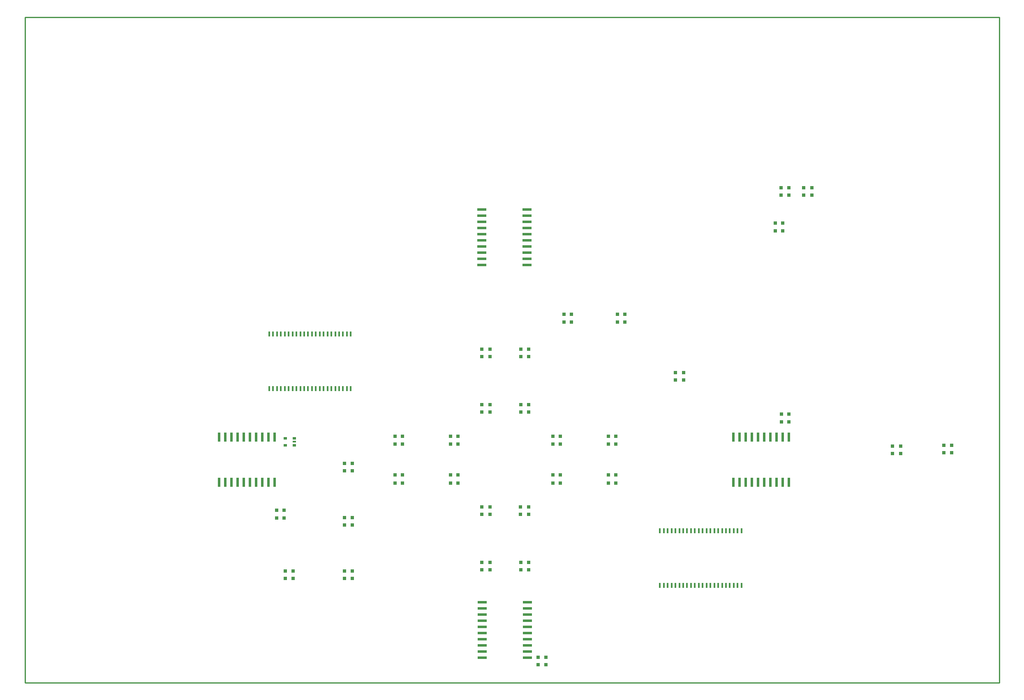
<source format=gbr>
G04 EAGLE Gerber RS-274X export*
G75*
%MOMM*%
%FSLAX34Y34*%
%LPD*%
%INSolderpaste Bottom*%
%IPPOS*%
%AMOC8*
5,1,8,0,0,1.08239X$1,22.5*%
G01*
%ADD10R,0.558800X1.981200*%
%ADD11R,1.981200X0.558800*%
%ADD12R,0.450000X1.125000*%
%ADD13R,0.800000X0.800000*%
%ADD14R,0.700000X0.600000*%
%ADD15R,0.700000X0.400000*%
%ADD16C,0.254000*%


D10*
X514350Y413004D03*
X501650Y413004D03*
X488950Y413004D03*
X476250Y413004D03*
X463550Y413004D03*
X450850Y413004D03*
X438150Y413004D03*
X425450Y413004D03*
X412750Y413004D03*
X400050Y413004D03*
X400050Y506476D03*
X412750Y506476D03*
X425450Y506476D03*
X438150Y506476D03*
X450850Y506476D03*
X463550Y506476D03*
X476250Y506476D03*
X488950Y506476D03*
X501650Y506476D03*
X514350Y506476D03*
D11*
X941578Y51562D03*
X941578Y64262D03*
X941578Y76962D03*
X941578Y89662D03*
X941578Y102362D03*
X941578Y115062D03*
X941578Y127762D03*
X941578Y140462D03*
X941578Y153162D03*
X941578Y165862D03*
X1035050Y165862D03*
X1035050Y153162D03*
X1035050Y140462D03*
X1035050Y127762D03*
X1035050Y115062D03*
X1035050Y102362D03*
X1035050Y89662D03*
X1035050Y76962D03*
X1035050Y64262D03*
X1035050Y51562D03*
X940562Y861314D03*
X940562Y874014D03*
X940562Y886714D03*
X940562Y899414D03*
X940562Y912114D03*
X940562Y924814D03*
X940562Y937514D03*
X940562Y950214D03*
X940562Y962914D03*
X940562Y975614D03*
X1034034Y975614D03*
X1034034Y962914D03*
X1034034Y950214D03*
X1034034Y937514D03*
X1034034Y924814D03*
X1034034Y912114D03*
X1034034Y899414D03*
X1034034Y886714D03*
X1034034Y874014D03*
X1034034Y861314D03*
D10*
X1573530Y413004D03*
X1560830Y413004D03*
X1548130Y413004D03*
X1535430Y413004D03*
X1522730Y413004D03*
X1510030Y413004D03*
X1497330Y413004D03*
X1484630Y413004D03*
X1471930Y413004D03*
X1459230Y413004D03*
X1459230Y506476D03*
X1471930Y506476D03*
X1484630Y506476D03*
X1497330Y506476D03*
X1510030Y506476D03*
X1522730Y506476D03*
X1535430Y506476D03*
X1548130Y506476D03*
X1560830Y506476D03*
X1573530Y506476D03*
D12*
X502994Y718811D03*
X510994Y718811D03*
X518994Y718811D03*
X526994Y718811D03*
X534994Y718811D03*
X542994Y718811D03*
X550994Y718811D03*
X558994Y718811D03*
X566994Y718811D03*
X574994Y718811D03*
X582994Y718811D03*
X590994Y718811D03*
X598994Y718811D03*
X606994Y718811D03*
X614994Y718811D03*
X622994Y718811D03*
X630994Y718811D03*
X638994Y718811D03*
X646994Y718811D03*
X654994Y718811D03*
X662994Y718811D03*
X670994Y718811D03*
X670994Y606561D03*
X662994Y606561D03*
X654994Y606561D03*
X646994Y606561D03*
X638994Y606561D03*
X630994Y606561D03*
X622994Y606561D03*
X614994Y606561D03*
X606994Y606561D03*
X598994Y606561D03*
X590994Y606561D03*
X582994Y606561D03*
X574994Y606561D03*
X566994Y606561D03*
X558994Y606561D03*
X550994Y606561D03*
X542994Y606561D03*
X534994Y606561D03*
X526994Y606561D03*
X518994Y606561D03*
X510994Y606561D03*
X502994Y606561D03*
X1475666Y200669D03*
X1467666Y200669D03*
X1459666Y200669D03*
X1451666Y200669D03*
X1443666Y200669D03*
X1435666Y200669D03*
X1427666Y200669D03*
X1419666Y200669D03*
X1411666Y200669D03*
X1403666Y200669D03*
X1395666Y200669D03*
X1387666Y200669D03*
X1379666Y200669D03*
X1371666Y200669D03*
X1363666Y200669D03*
X1355666Y200669D03*
X1347666Y200669D03*
X1339666Y200669D03*
X1331666Y200669D03*
X1323666Y200669D03*
X1315666Y200669D03*
X1307666Y200669D03*
X1307666Y312919D03*
X1315666Y312919D03*
X1323666Y312919D03*
X1331666Y312919D03*
X1339666Y312919D03*
X1347666Y312919D03*
X1355666Y312919D03*
X1363666Y312919D03*
X1371666Y312919D03*
X1379666Y312919D03*
X1387666Y312919D03*
X1395666Y312919D03*
X1403666Y312919D03*
X1411666Y312919D03*
X1419666Y312919D03*
X1427666Y312919D03*
X1435666Y312919D03*
X1443666Y312919D03*
X1451666Y312919D03*
X1459666Y312919D03*
X1467666Y312919D03*
X1475666Y312919D03*
D13*
X762000Y508000D03*
X777240Y508000D03*
X762000Y491490D03*
X777240Y491490D03*
X891540Y508000D03*
X876300Y508000D03*
X891540Y491490D03*
X876300Y491490D03*
X762000Y411480D03*
X777240Y411480D03*
X762000Y427990D03*
X777240Y427990D03*
X891540Y411480D03*
X876300Y411480D03*
X891540Y427990D03*
X876300Y427990D03*
X1037590Y687070D03*
X1037590Y671830D03*
X1021080Y687070D03*
X1021080Y671830D03*
X941070Y557530D03*
X941070Y572770D03*
X957580Y557530D03*
X957580Y572770D03*
X941070Y687070D03*
X941070Y671830D03*
X957580Y687070D03*
X957580Y671830D03*
X1037590Y557530D03*
X1037590Y572770D03*
X1021080Y557530D03*
X1021080Y572770D03*
X1037082Y361950D03*
X1037082Y346710D03*
X1020572Y361950D03*
X1020572Y346710D03*
X1037590Y232410D03*
X1037590Y247650D03*
X1021080Y232410D03*
X1021080Y247650D03*
X941070Y361950D03*
X941070Y346710D03*
X957580Y361950D03*
X957580Y346710D03*
X941070Y232410D03*
X941070Y247650D03*
X957580Y232410D03*
X957580Y247650D03*
X1087120Y508000D03*
X1102360Y508000D03*
X1087120Y491490D03*
X1102360Y491490D03*
X1216660Y508000D03*
X1201420Y508000D03*
X1216660Y491490D03*
X1201420Y491490D03*
X1087120Y427990D03*
X1102360Y427990D03*
X1087120Y411480D03*
X1102360Y411480D03*
X1216660Y411480D03*
X1201420Y411480D03*
X1216660Y427990D03*
X1201420Y427990D03*
X552450Y214630D03*
X552450Y229870D03*
X535940Y214630D03*
X535940Y229870D03*
X657860Y229870D03*
X657860Y214630D03*
X674370Y229870D03*
X674370Y214630D03*
X657860Y340360D03*
X657860Y325120D03*
X674370Y340360D03*
X674370Y325120D03*
X657860Y452120D03*
X657860Y436880D03*
X674370Y452120D03*
X674370Y436880D03*
X1056640Y36830D03*
X1056640Y52070D03*
X1073150Y36830D03*
X1073150Y52070D03*
X1558290Y537210D03*
X1573530Y537210D03*
X1558290Y553720D03*
X1573530Y553720D03*
X1339850Y623570D03*
X1339850Y638810D03*
X1356360Y623570D03*
X1356360Y638810D03*
X1235710Y742950D03*
X1220470Y742950D03*
X1235710Y759460D03*
X1220470Y759460D03*
X1125220Y742950D03*
X1109980Y742950D03*
X1125220Y759460D03*
X1109980Y759460D03*
X1560830Y930910D03*
X1545590Y930910D03*
X1560830Y947420D03*
X1545590Y947420D03*
X1604010Y1019810D03*
X1604010Y1004570D03*
X1620520Y1019810D03*
X1620520Y1004570D03*
X1557020Y1019810D03*
X1557020Y1004570D03*
X1573530Y1019810D03*
X1573530Y1004570D03*
X1803400Y487680D03*
X1803400Y472440D03*
X1786890Y487680D03*
X1786890Y472440D03*
X1908810Y488950D03*
X1908810Y473710D03*
X1892300Y488950D03*
X1892300Y473710D03*
D14*
X554830Y504070D03*
D15*
X554830Y496570D03*
D14*
X554830Y489070D03*
X536330Y489070D03*
X536330Y504070D03*
D13*
X533400Y339090D03*
X518160Y339090D03*
X533400Y355600D03*
X518160Y355600D03*
D16*
X0Y0D02*
X2006600Y0D01*
X2006600Y1371600D01*
X0Y1371600D01*
X0Y0D01*
M02*

</source>
